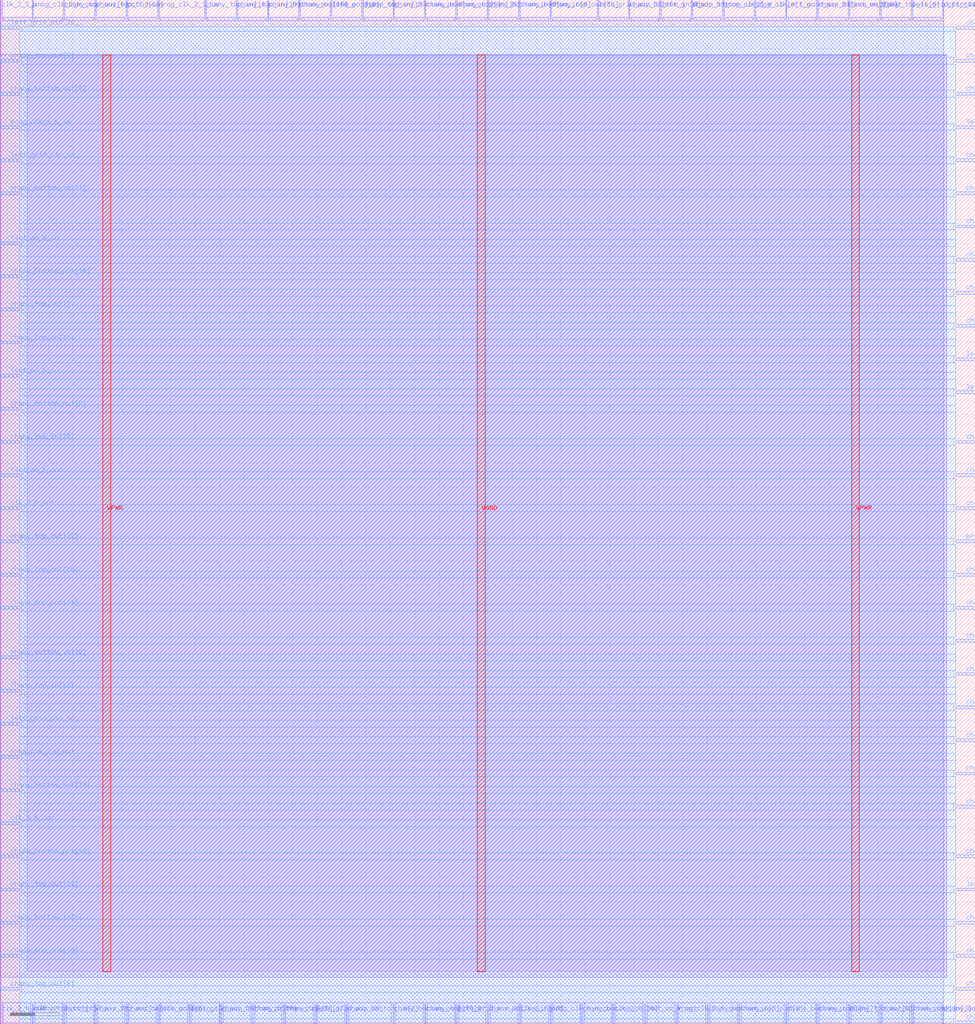
<source format=lef>
VERSION 5.7 ;
  NOWIREEXTENSIONATPIN ON ;
  DIVIDERCHAR "/" ;
  BUSBITCHARS "[]" ;
MACRO cby_1__1_
  CLASS BLOCK ;
  FOREIGN cby_1__1_ ;
  ORIGIN 0.000 0.000 ;
  SIZE 200.000 BY 210.000 ;
  PIN Test_en_E_in
    DIRECTION INPUT ;
    USE SIGNAL ;
    PORT
      LAYER met3 ;
        RECT 0.000 132.640 4.000 133.240 ;
    END
  END Test_en_E_in
  PIN Test_en_E_out
    DIRECTION OUTPUT TRISTATE ;
    USE SIGNAL ;
    PORT
      LAYER met3 ;
        RECT 0.000 112.240 4.000 112.840 ;
    END
  END Test_en_E_out
  PIN Test_en_N_out
    DIRECTION OUTPUT TRISTATE ;
    USE SIGNAL ;
    PORT
      LAYER met2 ;
        RECT 173.970 206.000 174.250 210.000 ;
    END
  END Test_en_N_out
  PIN Test_en_S_in
    DIRECTION INPUT ;
    USE SIGNAL ;
    PORT
      LAYER met3 ;
        RECT 196.000 183.640 200.000 184.240 ;
    END
  END Test_en_S_in
  PIN Test_en_W_in
    DIRECTION INPUT ;
    USE SIGNAL ;
    PORT
      LAYER met3 ;
        RECT 0.000 159.840 4.000 160.440 ;
    END
  END Test_en_W_in
  PIN Test_en_W_out
    DIRECTION OUTPUT TRISTATE ;
    USE SIGNAL ;
    PORT
      LAYER met2 ;
        RECT 132.110 0.000 132.390 4.000 ;
    END
  END Test_en_W_out
  PIN VGND
    DIRECTION INOUT ;
    USE GROUND ;
    PORT
      LAYER met4 ;
        RECT 97.840 10.640 99.440 198.800 ;
    END
  END VGND
  PIN VPWR
    DIRECTION INOUT ;
    USE POWER ;
    PORT
      LAYER met4 ;
        RECT 21.040 10.640 22.640 198.800 ;
    END
    PORT
      LAYER met4 ;
        RECT 174.640 10.640 176.240 198.800 ;
    END
  END VPWR
  PIN ccff_head
    DIRECTION INPUT ;
    USE SIGNAL ;
    PORT
      LAYER met2 ;
        RECT 25.850 206.000 26.130 210.000 ;
    END
  END ccff_head
  PIN ccff_tail
    DIRECTION OUTPUT TRISTATE ;
    USE SIGNAL ;
    PORT
      LAYER met2 ;
        RECT 193.290 206.000 193.570 210.000 ;
    END
  END ccff_tail
  PIN chany_bottom_in[0]
    DIRECTION INPUT ;
    USE SIGNAL ;
    PORT
      LAYER met2 ;
        RECT 106.350 206.000 106.630 210.000 ;
    END
  END chany_bottom_in[0]
  PIN chany_bottom_in[10]
    DIRECTION INPUT ;
    USE SIGNAL ;
    PORT
      LAYER met3 ;
        RECT 0.000 74.840 4.000 75.440 ;
    END
  END chany_bottom_in[10]
  PIN chany_bottom_in[11]
    DIRECTION INPUT ;
    USE SIGNAL ;
    PORT
      LAYER met3 ;
        RECT 0.000 170.040 4.000 170.640 ;
    END
  END chany_bottom_in[11]
  PIN chany_bottom_in[12]
    DIRECTION INPUT ;
    USE SIGNAL ;
    PORT
      LAYER met3 ;
        RECT 196.000 204.040 200.000 204.640 ;
    END
  END chany_bottom_in[12]
  PIN chany_bottom_in[13]
    DIRECTION INPUT ;
    USE SIGNAL ;
    PORT
      LAYER met3 ;
        RECT 196.000 176.840 200.000 177.440 ;
    END
  END chany_bottom_in[13]
  PIN chany_bottom_in[14]
    DIRECTION INPUT ;
    USE SIGNAL ;
    PORT
      LAYER met3 ;
        RECT 196.000 197.240 200.000 197.840 ;
    END
  END chany_bottom_in[14]
  PIN chany_bottom_in[15]
    DIRECTION INPUT ;
    USE SIGNAL ;
    PORT
      LAYER met3 ;
        RECT 196.000 112.240 200.000 112.840 ;
    END
  END chany_bottom_in[15]
  PIN chany_bottom_in[16]
    DIRECTION INPUT ;
    USE SIGNAL ;
    PORT
      LAYER met2 ;
        RECT 45.170 0.000 45.450 4.000 ;
    END
  END chany_bottom_in[16]
  PIN chany_bottom_in[17]
    DIRECTION INPUT ;
    USE SIGNAL ;
    PORT
      LAYER met2 ;
        RECT 161.090 0.000 161.370 4.000 ;
    END
  END chany_bottom_in[17]
  PIN chany_bottom_in[18]
    DIRECTION INPUT ;
    USE SIGNAL ;
    PORT
      LAYER met2 ;
        RECT 99.910 0.000 100.190 4.000 ;
    END
  END chany_bottom_in[18]
  PIN chany_bottom_in[19]
    DIRECTION INPUT ;
    USE SIGNAL ;
    PORT
      LAYER met3 ;
        RECT 196.000 44.240 200.000 44.840 ;
    END
  END chany_bottom_in[19]
  PIN chany_bottom_in[1]
    DIRECTION INPUT ;
    USE SIGNAL ;
    PORT
      LAYER met3 ;
        RECT 196.000 105.440 200.000 106.040 ;
    END
  END chany_bottom_in[1]
  PIN chany_bottom_in[2]
    DIRECTION INPUT ;
    USE SIGNAL ;
    PORT
      LAYER met2 ;
        RECT 141.770 206.000 142.050 210.000 ;
    END
  END chany_bottom_in[2]
  PIN chany_bottom_in[3]
    DIRECTION INPUT ;
    USE SIGNAL ;
    PORT
      LAYER met2 ;
        RECT 144.990 0.000 145.270 4.000 ;
    END
  END chany_bottom_in[3]
  PIN chany_bottom_in[4]
    DIRECTION INPUT ;
    USE SIGNAL ;
    PORT
      LAYER met2 ;
        RECT 80.590 206.000 80.870 210.000 ;
    END
  END chany_bottom_in[4]
  PIN chany_bottom_in[5]
    DIRECTION INPUT ;
    USE SIGNAL ;
    PORT
      LAYER met3 ;
        RECT 196.000 57.840 200.000 58.440 ;
    END
  END chany_bottom_in[5]
  PIN chany_bottom_in[6]
    DIRECTION INPUT ;
    USE SIGNAL ;
    PORT
      LAYER met3 ;
        RECT 0.000 20.440 4.000 21.040 ;
    END
  END chany_bottom_in[6]
  PIN chany_bottom_in[7]
    DIRECTION INPUT ;
    USE SIGNAL ;
    PORT
      LAYER met2 ;
        RECT 70.930 0.000 71.210 4.000 ;
    END
  END chany_bottom_in[7]
  PIN chany_bottom_in[8]
    DIRECTION INPUT ;
    USE SIGNAL ;
    PORT
      LAYER met2 ;
        RECT 128.890 206.000 129.170 210.000 ;
    END
  END chany_bottom_in[8]
  PIN chany_bottom_in[9]
    DIRECTION INPUT ;
    USE SIGNAL ;
    PORT
      LAYER met2 ;
        RECT 99.910 206.000 100.190 210.000 ;
    END
  END chany_bottom_in[9]
  PIN chany_bottom_out[0]
    DIRECTION OUTPUT TRISTATE ;
    USE SIGNAL ;
    PORT
      LAYER met3 ;
        RECT 0.000 190.440 4.000 191.040 ;
    END
  END chany_bottom_out[0]
  PIN chany_bottom_out[10]
    DIRECTION OUTPUT TRISTATE ;
    USE SIGNAL ;
    PORT
      LAYER met2 ;
        RECT 167.530 206.000 167.810 210.000 ;
    END
  END chany_bottom_out[10]
  PIN chany_bottom_out[11]
    DIRECTION OUTPUT TRISTATE ;
    USE SIGNAL ;
    PORT
      LAYER met2 ;
        RECT 51.610 0.000 51.890 4.000 ;
    END
  END chany_bottom_out[11]
  PIN chany_bottom_out[12]
    DIRECTION OUTPUT TRISTATE ;
    USE SIGNAL ;
    PORT
      LAYER met2 ;
        RECT 80.590 0.000 80.870 4.000 ;
    END
  END chany_bottom_out[12]
  PIN chany_bottom_out[13]
    DIRECTION OUTPUT TRISTATE ;
    USE SIGNAL ;
    PORT
      LAYER met3 ;
        RECT 196.000 0.040 200.000 0.640 ;
    END
  END chany_bottom_out[13]
  PIN chany_bottom_out[14]
    DIRECTION OUTPUT TRISTATE ;
    USE SIGNAL ;
    PORT
      LAYER met3 ;
        RECT 0.000 153.040 4.000 153.640 ;
    END
  END chany_bottom_out[14]
  PIN chany_bottom_out[15]
    DIRECTION OUTPUT TRISTATE ;
    USE SIGNAL ;
    PORT
      LAYER met2 ;
        RECT 54.830 206.000 55.110 210.000 ;
    END
  END chany_bottom_out[15]
  PIN chany_bottom_out[16]
    DIRECTION OUTPUT TRISTATE ;
    USE SIGNAL ;
    PORT
      LAYER met3 ;
        RECT 0.000 47.640 4.000 48.240 ;
    END
  END chany_bottom_out[16]
  PIN chany_bottom_out[17]
    DIRECTION OUTPUT TRISTATE ;
    USE SIGNAL ;
    PORT
      LAYER met3 ;
        RECT 196.000 71.440 200.000 72.040 ;
    END
  END chany_bottom_out[17]
  PIN chany_bottom_out[18]
    DIRECTION OUTPUT TRISTATE ;
    USE SIGNAL ;
    PORT
      LAYER met2 ;
        RECT 61.270 206.000 61.550 210.000 ;
    END
  END chany_bottom_out[18]
  PIN chany_bottom_out[19]
    DIRECTION OUTPUT TRISTATE ;
    USE SIGNAL ;
    PORT
      LAYER met3 ;
        RECT 0.000 34.040 4.000 34.640 ;
    END
  END chany_bottom_out[19]
  PIN chany_bottom_out[1]
    DIRECTION OUTPUT TRISTATE ;
    USE SIGNAL ;
    PORT
      LAYER met2 ;
        RECT 180.410 0.000 180.690 4.000 ;
    END
  END chany_bottom_out[1]
  PIN chany_bottom_out[2]
    DIRECTION OUTPUT TRISTATE ;
    USE SIGNAL ;
    PORT
      LAYER met3 ;
        RECT 196.000 119.040 200.000 119.640 ;
    END
  END chany_bottom_out[2]
  PIN chany_bottom_out[3]
    DIRECTION OUTPUT TRISTATE ;
    USE SIGNAL ;
    PORT
      LAYER met3 ;
        RECT 196.000 91.840 200.000 92.440 ;
    END
  END chany_bottom_out[3]
  PIN chany_bottom_out[4]
    DIRECTION OUTPUT TRISTATE ;
    USE SIGNAL ;
    PORT
      LAYER met2 ;
        RECT 193.290 0.000 193.570 4.000 ;
    END
  END chany_bottom_out[4]
  PIN chany_bottom_out[5]
    DIRECTION OUTPUT TRISTATE ;
    USE SIGNAL ;
    PORT
      LAYER met2 ;
        RECT 87.030 206.000 87.310 210.000 ;
    END
  END chany_bottom_out[5]
  PIN chany_bottom_out[6]
    DIRECTION OUTPUT TRISTATE ;
    USE SIGNAL ;
    PORT
      LAYER met2 ;
        RECT 25.850 0.000 26.130 4.000 ;
    END
  END chany_bottom_out[6]
  PIN chany_bottom_out[7]
    DIRECTION OUTPUT TRISTATE ;
    USE SIGNAL ;
    PORT
      LAYER met3 ;
        RECT 196.000 163.240 200.000 163.840 ;
    END
  END chany_bottom_out[7]
  PIN chany_bottom_out[8]
    DIRECTION OUTPUT TRISTATE ;
    USE SIGNAL ;
    PORT
      LAYER met3 ;
        RECT 0.000 125.840 4.000 126.440 ;
    END
  END chany_bottom_out[8]
  PIN chany_bottom_out[9]
    DIRECTION OUTPUT TRISTATE ;
    USE SIGNAL ;
    PORT
      LAYER met2 ;
        RECT 119.230 0.000 119.510 4.000 ;
    END
  END chany_bottom_out[9]
  PIN chany_top_in[0]
    DIRECTION INPUT ;
    USE SIGNAL ;
    PORT
      LAYER met3 ;
        RECT 196.000 190.440 200.000 191.040 ;
    END
  END chany_top_in[0]
  PIN chany_top_in[10]
    DIRECTION INPUT ;
    USE SIGNAL ;
    PORT
      LAYER met3 ;
        RECT 0.000 119.040 4.000 119.640 ;
    END
  END chany_top_in[10]
  PIN chany_top_in[11]
    DIRECTION INPUT ;
    USE SIGNAL ;
    PORT
      LAYER met3 ;
        RECT 0.000 68.040 4.000 68.640 ;
    END
  END chany_top_in[11]
  PIN chany_top_in[12]
    DIRECTION INPUT ;
    USE SIGNAL ;
    PORT
      LAYER met2 ;
        RECT 74.150 206.000 74.430 210.000 ;
    END
  END chany_top_in[12]
  PIN chany_top_in[13]
    DIRECTION INPUT ;
    USE SIGNAL ;
    PORT
      LAYER met3 ;
        RECT 196.000 142.840 200.000 143.440 ;
    END
  END chany_top_in[13]
  PIN chany_top_in[14]
    DIRECTION INPUT ;
    USE SIGNAL ;
    PORT
      LAYER met2 ;
        RECT 41.950 206.000 42.230 210.000 ;
    END
  END chany_top_in[14]
  PIN chany_top_in[15]
    DIRECTION INPUT ;
    USE SIGNAL ;
    PORT
      LAYER met2 ;
        RECT 93.470 206.000 93.750 210.000 ;
    END
  END chany_top_in[15]
  PIN chany_top_in[16]
    DIRECTION INPUT ;
    USE SIGNAL ;
    PORT
      LAYER met3 ;
        RECT 0.000 139.440 4.000 140.040 ;
    END
  END chany_top_in[16]
  PIN chany_top_in[17]
    DIRECTION INPUT ;
    USE SIGNAL ;
    PORT
      LAYER met2 ;
        RECT 58.050 0.000 58.330 4.000 ;
    END
  END chany_top_in[17]
  PIN chany_top_in[18]
    DIRECTION INPUT ;
    USE SIGNAL ;
    PORT
      LAYER met3 ;
        RECT 196.000 64.640 200.000 65.240 ;
    END
  END chany_top_in[18]
  PIN chany_top_in[19]
    DIRECTION INPUT ;
    USE SIGNAL ;
    PORT
      LAYER met2 ;
        RECT 48.390 206.000 48.670 210.000 ;
    END
  END chany_top_in[19]
  PIN chany_top_in[1]
    DIRECTION INPUT ;
    USE SIGNAL ;
    PORT
      LAYER met3 ;
        RECT 196.000 149.640 200.000 150.240 ;
    END
  END chany_top_in[1]
  PIN chany_top_in[2]
    DIRECTION INPUT ;
    USE SIGNAL ;
    PORT
      LAYER met3 ;
        RECT 0.000 146.240 4.000 146.840 ;
    END
  END chany_top_in[2]
  PIN chany_top_in[3]
    DIRECTION INPUT ;
    USE SIGNAL ;
    PORT
      LAYER met2 ;
        RECT 186.850 0.000 187.130 4.000 ;
    END
  END chany_top_in[3]
  PIN chany_top_in[4]
    DIRECTION INPUT ;
    USE SIGNAL ;
    PORT
      LAYER met3 ;
        RECT 196.000 51.040 200.000 51.640 ;
    END
  END chany_top_in[4]
  PIN chany_top_in[5]
    DIRECTION INPUT ;
    USE SIGNAL ;
    PORT
      LAYER met2 ;
        RECT 180.410 206.000 180.690 210.000 ;
    END
  END chany_top_in[5]
  PIN chany_top_in[6]
    DIRECTION INPUT ;
    USE SIGNAL ;
    PORT
      LAYER met3 ;
        RECT 196.000 20.440 200.000 21.040 ;
    END
  END chany_top_in[6]
  PIN chany_top_in[7]
    DIRECTION INPUT ;
    USE SIGNAL ;
    PORT
      LAYER met2 ;
        RECT 167.530 0.000 167.810 4.000 ;
    END
  END chany_top_in[7]
  PIN chany_top_in[8]
    DIRECTION INPUT ;
    USE SIGNAL ;
    PORT
      LAYER met2 ;
        RECT 87.030 0.000 87.310 4.000 ;
    END
  END chany_top_in[8]
  PIN chany_top_in[9]
    DIRECTION INPUT ;
    USE SIGNAL ;
    PORT
      LAYER met3 ;
        RECT 196.000 85.040 200.000 85.640 ;
    END
  END chany_top_in[9]
  PIN chany_top_out[0]
    DIRECTION OUTPUT TRISTATE ;
    USE SIGNAL ;
    PORT
      LAYER met2 ;
        RECT 12.970 206.000 13.250 210.000 ;
    END
  END chany_top_out[0]
  PIN chany_top_out[10]
    DIRECTION OUTPUT TRISTATE ;
    USE SIGNAL ;
    PORT
      LAYER met3 ;
        RECT 0.000 91.840 4.000 92.440 ;
    END
  END chany_top_out[10]
  PIN chany_top_out[11]
    DIRECTION OUTPUT TRISTATE ;
    USE SIGNAL ;
    PORT
      LAYER met3 ;
        RECT 196.000 13.640 200.000 14.240 ;
    END
  END chany_top_out[11]
  PIN chany_top_out[12]
    DIRECTION OUTPUT TRISTATE ;
    USE SIGNAL ;
    PORT
      LAYER met3 ;
        RECT 0.000 13.640 4.000 14.240 ;
    END
  END chany_top_out[12]
  PIN chany_top_out[13]
    DIRECTION OUTPUT TRISTATE ;
    USE SIGNAL ;
    PORT
      LAYER met2 ;
        RECT 19.410 206.000 19.690 210.000 ;
    END
  END chany_top_out[13]
  PIN chany_top_out[14]
    DIRECTION OUTPUT TRISTATE ;
    USE SIGNAL ;
    PORT
      LAYER met2 ;
        RECT 112.790 206.000 113.070 210.000 ;
    END
  END chany_top_out[14]
  PIN chany_top_out[15]
    DIRECTION OUTPUT TRISTATE ;
    USE SIGNAL ;
    PORT
      LAYER met3 ;
        RECT 0.000 27.240 4.000 27.840 ;
    END
  END chany_top_out[15]
  PIN chany_top_out[16]
    DIRECTION OUTPUT TRISTATE ;
    USE SIGNAL ;
    PORT
      LAYER met2 ;
        RECT 19.410 0.000 19.690 4.000 ;
    END
  END chany_top_out[16]
  PIN chany_top_out[17]
    DIRECTION OUTPUT TRISTATE ;
    USE SIGNAL ;
    PORT
      LAYER met3 ;
        RECT 0.000 85.040 4.000 85.640 ;
    END
  END chany_top_out[17]
  PIN chany_top_out[18]
    DIRECTION OUTPUT TRISTATE ;
    USE SIGNAL ;
    PORT
      LAYER met3 ;
        RECT 196.000 6.840 200.000 7.440 ;
    END
  END chany_top_out[18]
  PIN chany_top_out[19]
    DIRECTION OUTPUT TRISTATE ;
    USE SIGNAL ;
    PORT
      LAYER met3 ;
        RECT 0.000 98.640 4.000 99.240 ;
    END
  END chany_top_out[19]
  PIN chany_top_out[1]
    DIRECTION OUTPUT TRISTATE ;
    USE SIGNAL ;
    PORT
      LAYER met3 ;
        RECT 196.000 78.240 200.000 78.840 ;
    END
  END chany_top_out[1]
  PIN chany_top_out[2]
    DIRECTION OUTPUT TRISTATE ;
    USE SIGNAL ;
    PORT
      LAYER met2 ;
        RECT 151.430 0.000 151.710 4.000 ;
    END
  END chany_top_out[2]
  PIN chany_top_out[3]
    DIRECTION OUTPUT TRISTATE ;
    USE SIGNAL ;
    PORT
      LAYER met2 ;
        RECT 6.530 0.000 6.810 4.000 ;
    END
  END chany_top_out[3]
  PIN chany_top_out[4]
    DIRECTION OUTPUT TRISTATE ;
    USE SIGNAL ;
    PORT
      LAYER met3 ;
        RECT 196.000 34.040 200.000 34.640 ;
    END
  END chany_top_out[4]
  PIN chany_top_out[5]
    DIRECTION OUTPUT TRISTATE ;
    USE SIGNAL ;
    PORT
      LAYER met3 ;
        RECT 0.000 197.240 4.000 197.840 ;
    END
  END chany_top_out[5]
  PIN chany_top_out[6]
    DIRECTION OUTPUT TRISTATE ;
    USE SIGNAL ;
    PORT
      LAYER met3 ;
        RECT 0.000 6.840 4.000 7.440 ;
    END
  END chany_top_out[6]
  PIN chany_top_out[7]
    DIRECTION OUTPUT TRISTATE ;
    USE SIGNAL ;
    PORT
      LAYER met3 ;
        RECT 196.000 156.440 200.000 157.040 ;
    END
  END chany_top_out[7]
  PIN chany_top_out[8]
    DIRECTION OUTPUT TRISTATE ;
    USE SIGNAL ;
    PORT
      LAYER met2 ;
        RECT 173.970 0.000 174.250 4.000 ;
    END
  END chany_top_out[8]
  PIN chany_top_out[9]
    DIRECTION OUTPUT TRISTATE ;
    USE SIGNAL ;
    PORT
      LAYER met3 ;
        RECT 196.000 170.040 200.000 170.640 ;
    END
  END chany_top_out[9]
  PIN clk_2_N_out
    DIRECTION OUTPUT TRISTATE ;
    USE SIGNAL ;
    PORT
      LAYER met3 ;
        RECT 0.000 105.440 4.000 106.040 ;
    END
  END clk_2_N_out
  PIN clk_2_S_in
    DIRECTION INPUT ;
    USE SIGNAL ;
    PORT
      LAYER met2 ;
        RECT 0.090 206.000 0.370 210.000 ;
    END
  END clk_2_S_in
  PIN clk_2_S_out
    DIRECTION OUTPUT TRISTATE ;
    USE SIGNAL ;
    PORT
      LAYER met2 ;
        RECT 106.350 0.000 106.630 4.000 ;
    END
  END clk_2_S_out
  PIN clk_3_N_out
    DIRECTION OUTPUT TRISTATE ;
    USE SIGNAL ;
    PORT
      LAYER met2 ;
        RECT 0.090 0.000 0.370 4.000 ;
    END
  END clk_3_N_out
  PIN clk_3_S_in
    DIRECTION INPUT ;
    USE SIGNAL ;
    PORT
      LAYER met2 ;
        RECT 125.670 0.000 125.950 4.000 ;
    END
  END clk_3_S_in
  PIN clk_3_S_out
    DIRECTION OUTPUT TRISTATE ;
    USE SIGNAL ;
    PORT
      LAYER met3 ;
        RECT 0.000 40.840 4.000 41.440 ;
    END
  END clk_3_S_out
  PIN left_grid_pin_16_
    DIRECTION OUTPUT TRISTATE ;
    USE SIGNAL ;
    PORT
      LAYER met2 ;
        RECT 67.710 206.000 67.990 210.000 ;
    END
  END left_grid_pin_16_
  PIN left_grid_pin_17_
    DIRECTION OUTPUT TRISTATE ;
    USE SIGNAL ;
    PORT
      LAYER met2 ;
        RECT 135.330 206.000 135.610 210.000 ;
    END
  END left_grid_pin_17_
  PIN left_grid_pin_18_
    DIRECTION OUTPUT TRISTATE ;
    USE SIGNAL ;
    PORT
      LAYER met3 ;
        RECT 0.000 176.840 4.000 177.440 ;
    END
  END left_grid_pin_18_
  PIN left_grid_pin_19_
    DIRECTION OUTPUT TRISTATE ;
    USE SIGNAL ;
    PORT
      LAYER met2 ;
        RECT 32.290 0.000 32.570 4.000 ;
    END
  END left_grid_pin_19_
  PIN left_grid_pin_20_
    DIRECTION OUTPUT TRISTATE ;
    USE SIGNAL ;
    PORT
      LAYER met2 ;
        RECT 12.970 0.000 13.250 4.000 ;
    END
  END left_grid_pin_20_
  PIN left_grid_pin_21_
    DIRECTION OUTPUT TRISTATE ;
    USE SIGNAL ;
    PORT
      LAYER met2 ;
        RECT 161.090 206.000 161.370 210.000 ;
    END
  END left_grid_pin_21_
  PIN left_grid_pin_22_
    DIRECTION OUTPUT TRISTATE ;
    USE SIGNAL ;
    PORT
      LAYER met2 ;
        RECT 122.450 206.000 122.730 210.000 ;
    END
  END left_grid_pin_22_
  PIN left_grid_pin_23_
    DIRECTION OUTPUT TRISTATE ;
    USE SIGNAL ;
    PORT
      LAYER met2 ;
        RECT 93.470 0.000 93.750 4.000 ;
    END
  END left_grid_pin_23_
  PIN left_grid_pin_24_
    DIRECTION OUTPUT TRISTATE ;
    USE SIGNAL ;
    PORT
      LAYER met2 ;
        RECT 186.850 206.000 187.130 210.000 ;
    END
  END left_grid_pin_24_
  PIN left_grid_pin_25_
    DIRECTION OUTPUT TRISTATE ;
    USE SIGNAL ;
    PORT
      LAYER met3 ;
        RECT 196.000 27.240 200.000 27.840 ;
    END
  END left_grid_pin_25_
  PIN left_grid_pin_26_
    DIRECTION OUTPUT TRISTATE ;
    USE SIGNAL ;
    PORT
      LAYER met3 ;
        RECT 0.000 204.040 4.000 204.640 ;
    END
  END left_grid_pin_26_
  PIN left_grid_pin_27_
    DIRECTION OUTPUT TRISTATE ;
    USE SIGNAL ;
    PORT
      LAYER met3 ;
        RECT 196.000 129.240 200.000 129.840 ;
    END
  END left_grid_pin_27_
  PIN left_grid_pin_28_
    DIRECTION OUTPUT TRISTATE ;
    USE SIGNAL ;
    PORT
      LAYER met2 ;
        RECT 38.730 0.000 39.010 4.000 ;
    END
  END left_grid_pin_28_
  PIN left_grid_pin_29_
    DIRECTION OUTPUT TRISTATE ;
    USE SIGNAL ;
    PORT
      LAYER met2 ;
        RECT 64.490 0.000 64.770 4.000 ;
    END
  END left_grid_pin_29_
  PIN left_grid_pin_30_
    DIRECTION OUTPUT TRISTATE ;
    USE SIGNAL ;
    PORT
      LAYER met3 ;
        RECT 0.000 61.240 4.000 61.840 ;
    END
  END left_grid_pin_30_
  PIN left_grid_pin_31_
    DIRECTION OUTPUT TRISTATE ;
    USE SIGNAL ;
    PORT
      LAYER met3 ;
        RECT 196.000 136.040 200.000 136.640 ;
    END
  END left_grid_pin_31_
  PIN prog_clk_0_N_out
    DIRECTION OUTPUT TRISTATE ;
    USE SIGNAL ;
    PORT
      LAYER met2 ;
        RECT 112.790 0.000 113.070 4.000 ;
    END
  END prog_clk_0_N_out
  PIN prog_clk_0_S_out
    DIRECTION OUTPUT TRISTATE ;
    USE SIGNAL ;
    PORT
      LAYER met2 ;
        RECT 154.650 206.000 154.930 210.000 ;
    END
  END prog_clk_0_S_out
  PIN prog_clk_0_W_in
    DIRECTION INPUT ;
    USE SIGNAL ;
    PORT
      LAYER met2 ;
        RECT 148.210 206.000 148.490 210.000 ;
    END
  END prog_clk_0_W_in
  PIN prog_clk_2_N_out
    DIRECTION OUTPUT TRISTATE ;
    USE SIGNAL ;
    PORT
      LAYER met2 ;
        RECT 6.530 206.000 6.810 210.000 ;
    END
  END prog_clk_2_N_out
  PIN prog_clk_2_S_in
    DIRECTION INPUT ;
    USE SIGNAL ;
    PORT
      LAYER met2 ;
        RECT 32.290 206.000 32.570 210.000 ;
    END
  END prog_clk_2_S_in
  PIN prog_clk_2_S_out
    DIRECTION OUTPUT TRISTATE ;
    USE SIGNAL ;
    PORT
      LAYER met2 ;
        RECT 138.550 0.000 138.830 4.000 ;
    END
  END prog_clk_2_S_out
  PIN prog_clk_3_N_out
    DIRECTION OUTPUT TRISTATE ;
    USE SIGNAL ;
    PORT
      LAYER met3 ;
        RECT 0.000 54.440 4.000 55.040 ;
    END
  END prog_clk_3_N_out
  PIN prog_clk_3_S_in
    DIRECTION INPUT ;
    USE SIGNAL ;
    PORT
      LAYER met3 ;
        RECT 0.000 183.640 4.000 184.240 ;
    END
  END prog_clk_3_S_in
  PIN prog_clk_3_S_out
    DIRECTION OUTPUT TRISTATE ;
    USE SIGNAL ;
    PORT
      LAYER met3 ;
        RECT 196.000 98.640 200.000 99.240 ;
    END
  END prog_clk_3_S_out
  OBS
      LAYER li1 ;
        RECT 5.520 10.795 194.120 198.645 ;
      LAYER met1 ;
        RECT 0.070 9.560 194.120 198.800 ;
      LAYER met2 ;
        RECT 0.650 205.720 6.250 206.450 ;
        RECT 7.090 205.720 12.690 206.450 ;
        RECT 13.530 205.720 19.130 206.450 ;
        RECT 19.970 205.720 25.570 206.450 ;
        RECT 26.410 205.720 32.010 206.450 ;
        RECT 32.850 205.720 41.670 206.450 ;
        RECT 42.510 205.720 48.110 206.450 ;
        RECT 48.950 205.720 54.550 206.450 ;
        RECT 55.390 205.720 60.990 206.450 ;
        RECT 61.830 205.720 67.430 206.450 ;
        RECT 68.270 205.720 73.870 206.450 ;
        RECT 74.710 205.720 80.310 206.450 ;
        RECT 81.150 205.720 86.750 206.450 ;
        RECT 87.590 205.720 93.190 206.450 ;
        RECT 94.030 205.720 99.630 206.450 ;
        RECT 100.470 205.720 106.070 206.450 ;
        RECT 106.910 205.720 112.510 206.450 ;
        RECT 113.350 205.720 122.170 206.450 ;
        RECT 123.010 205.720 128.610 206.450 ;
        RECT 129.450 205.720 135.050 206.450 ;
        RECT 135.890 205.720 141.490 206.450 ;
        RECT 142.330 205.720 147.930 206.450 ;
        RECT 148.770 205.720 154.370 206.450 ;
        RECT 155.210 205.720 160.810 206.450 ;
        RECT 161.650 205.720 167.250 206.450 ;
        RECT 168.090 205.720 173.690 206.450 ;
        RECT 174.530 205.720 180.130 206.450 ;
        RECT 180.970 205.720 186.570 206.450 ;
        RECT 187.410 205.720 193.010 206.450 ;
        RECT 0.100 4.280 193.560 205.720 ;
        RECT 0.650 0.155 6.250 4.280 ;
        RECT 7.090 0.155 12.690 4.280 ;
        RECT 13.530 0.155 19.130 4.280 ;
        RECT 19.970 0.155 25.570 4.280 ;
        RECT 26.410 0.155 32.010 4.280 ;
        RECT 32.850 0.155 38.450 4.280 ;
        RECT 39.290 0.155 44.890 4.280 ;
        RECT 45.730 0.155 51.330 4.280 ;
        RECT 52.170 0.155 57.770 4.280 ;
        RECT 58.610 0.155 64.210 4.280 ;
        RECT 65.050 0.155 70.650 4.280 ;
        RECT 71.490 0.155 80.310 4.280 ;
        RECT 81.150 0.155 86.750 4.280 ;
        RECT 87.590 0.155 93.190 4.280 ;
        RECT 94.030 0.155 99.630 4.280 ;
        RECT 100.470 0.155 106.070 4.280 ;
        RECT 106.910 0.155 112.510 4.280 ;
        RECT 113.350 0.155 118.950 4.280 ;
        RECT 119.790 0.155 125.390 4.280 ;
        RECT 126.230 0.155 131.830 4.280 ;
        RECT 132.670 0.155 138.270 4.280 ;
        RECT 139.110 0.155 144.710 4.280 ;
        RECT 145.550 0.155 151.150 4.280 ;
        RECT 151.990 0.155 160.810 4.280 ;
        RECT 161.650 0.155 167.250 4.280 ;
        RECT 168.090 0.155 173.690 4.280 ;
        RECT 174.530 0.155 180.130 4.280 ;
        RECT 180.970 0.155 186.570 4.280 ;
        RECT 187.410 0.155 193.010 4.280 ;
      LAYER met3 ;
        RECT 4.400 203.640 195.600 204.505 ;
        RECT 4.000 198.240 196.000 203.640 ;
        RECT 4.400 196.840 195.600 198.240 ;
        RECT 4.000 191.440 196.000 196.840 ;
        RECT 4.400 190.040 195.600 191.440 ;
        RECT 4.000 184.640 196.000 190.040 ;
        RECT 4.400 183.240 195.600 184.640 ;
        RECT 4.000 177.840 196.000 183.240 ;
        RECT 4.400 176.440 195.600 177.840 ;
        RECT 4.000 171.040 196.000 176.440 ;
        RECT 4.400 169.640 195.600 171.040 ;
        RECT 4.000 164.240 196.000 169.640 ;
        RECT 4.000 162.840 195.600 164.240 ;
        RECT 4.000 160.840 196.000 162.840 ;
        RECT 4.400 159.440 196.000 160.840 ;
        RECT 4.000 157.440 196.000 159.440 ;
        RECT 4.000 156.040 195.600 157.440 ;
        RECT 4.000 154.040 196.000 156.040 ;
        RECT 4.400 152.640 196.000 154.040 ;
        RECT 4.000 150.640 196.000 152.640 ;
        RECT 4.000 149.240 195.600 150.640 ;
        RECT 4.000 147.240 196.000 149.240 ;
        RECT 4.400 145.840 196.000 147.240 ;
        RECT 4.000 143.840 196.000 145.840 ;
        RECT 4.000 142.440 195.600 143.840 ;
        RECT 4.000 140.440 196.000 142.440 ;
        RECT 4.400 139.040 196.000 140.440 ;
        RECT 4.000 137.040 196.000 139.040 ;
        RECT 4.000 135.640 195.600 137.040 ;
        RECT 4.000 133.640 196.000 135.640 ;
        RECT 4.400 132.240 196.000 133.640 ;
        RECT 4.000 130.240 196.000 132.240 ;
        RECT 4.000 128.840 195.600 130.240 ;
        RECT 4.000 126.840 196.000 128.840 ;
        RECT 4.400 125.440 196.000 126.840 ;
        RECT 4.000 120.040 196.000 125.440 ;
        RECT 4.400 118.640 195.600 120.040 ;
        RECT 4.000 113.240 196.000 118.640 ;
        RECT 4.400 111.840 195.600 113.240 ;
        RECT 4.000 106.440 196.000 111.840 ;
        RECT 4.400 105.040 195.600 106.440 ;
        RECT 4.000 99.640 196.000 105.040 ;
        RECT 4.400 98.240 195.600 99.640 ;
        RECT 4.000 92.840 196.000 98.240 ;
        RECT 4.400 91.440 195.600 92.840 ;
        RECT 4.000 86.040 196.000 91.440 ;
        RECT 4.400 84.640 195.600 86.040 ;
        RECT 4.000 79.240 196.000 84.640 ;
        RECT 4.000 77.840 195.600 79.240 ;
        RECT 4.000 75.840 196.000 77.840 ;
        RECT 4.400 74.440 196.000 75.840 ;
        RECT 4.000 72.440 196.000 74.440 ;
        RECT 4.000 71.040 195.600 72.440 ;
        RECT 4.000 69.040 196.000 71.040 ;
        RECT 4.400 67.640 196.000 69.040 ;
        RECT 4.000 65.640 196.000 67.640 ;
        RECT 4.000 64.240 195.600 65.640 ;
        RECT 4.000 62.240 196.000 64.240 ;
        RECT 4.400 60.840 196.000 62.240 ;
        RECT 4.000 58.840 196.000 60.840 ;
        RECT 4.000 57.440 195.600 58.840 ;
        RECT 4.000 55.440 196.000 57.440 ;
        RECT 4.400 54.040 196.000 55.440 ;
        RECT 4.000 52.040 196.000 54.040 ;
        RECT 4.000 50.640 195.600 52.040 ;
        RECT 4.000 48.640 196.000 50.640 ;
        RECT 4.400 47.240 196.000 48.640 ;
        RECT 4.000 45.240 196.000 47.240 ;
        RECT 4.000 43.840 195.600 45.240 ;
        RECT 4.000 41.840 196.000 43.840 ;
        RECT 4.400 40.440 196.000 41.840 ;
        RECT 4.000 35.040 196.000 40.440 ;
        RECT 4.400 33.640 195.600 35.040 ;
        RECT 4.000 28.240 196.000 33.640 ;
        RECT 4.400 26.840 195.600 28.240 ;
        RECT 4.000 21.440 196.000 26.840 ;
        RECT 4.400 20.040 195.600 21.440 ;
        RECT 4.000 14.640 196.000 20.040 ;
        RECT 4.400 13.240 195.600 14.640 ;
        RECT 4.000 7.840 196.000 13.240 ;
        RECT 4.400 6.440 195.600 7.840 ;
        RECT 4.000 1.040 196.000 6.440 ;
        RECT 4.000 0.175 195.600 1.040 ;
  END
END cby_1__1_
END LIBRARY


</source>
